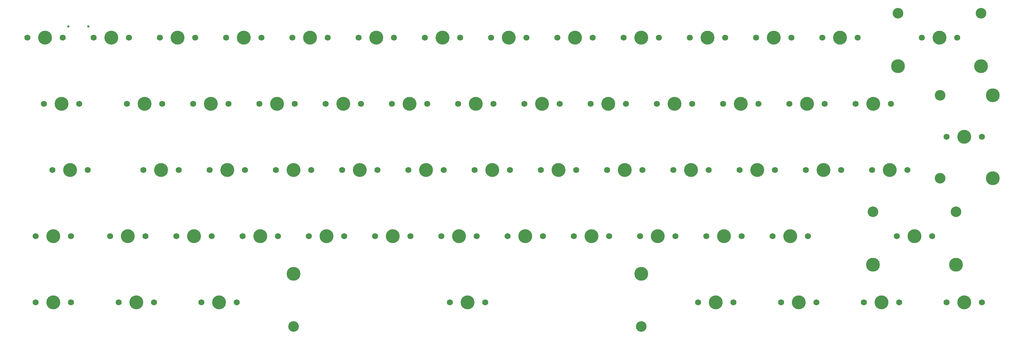
<source format=gbr>
%TF.GenerationSoftware,KiCad,Pcbnew,8.0.3*%
%TF.CreationDate,2024-10-13T01:02:06+08:00*%
%TF.ProjectId,PH60_Rev3,50483630-5f52-4657-9633-2e6b69636164,rev?*%
%TF.SameCoordinates,Original*%
%TF.FileFunction,NonPlated,1,2,NPTH,Drill*%
%TF.FilePolarity,Positive*%
%FSLAX46Y46*%
G04 Gerber Fmt 4.6, Leading zero omitted, Abs format (unit mm)*
G04 Created by KiCad (PCBNEW 8.0.3) date 2024-10-13 01:02:06*
%MOMM*%
%LPD*%
G01*
G04 APERTURE LIST*
%TA.AperFunction,ComponentDrill*%
%ADD10C,0.650000*%
%TD*%
%TA.AperFunction,ComponentDrill*%
%ADD11C,1.750000*%
%TD*%
%TA.AperFunction,ComponentDrill*%
%ADD12C,3.048000*%
%TD*%
%TA.AperFunction,ComponentDrill*%
%ADD13C,3.987800*%
%TD*%
%TA.AperFunction,ComponentDrill*%
%ADD14C,4.000000*%
%TD*%
G04 APERTURE END LIST*
D10*
%TO.C,J1*%
X44735000Y-34855000D03*
X50515000Y-34855000D03*
D11*
%TO.C,S1*%
X33020000Y-38100000D03*
%TO.C,S42*%
X35401250Y-95250000D03*
%TO.C,S55*%
X35401250Y-114300000D03*
%TO.C,S15*%
X37782500Y-57150000D03*
%TO.C,S29*%
X40163750Y-76200000D03*
%TO.C,S1*%
X43180000Y-38100000D03*
%TO.C,S42*%
X45561250Y-95250000D03*
%TO.C,S55*%
X45561250Y-114300000D03*
%TO.C,S15*%
X47942500Y-57150000D03*
%TO.C,S29*%
X50323750Y-76200000D03*
%TO.C,S2*%
X52070000Y-38100000D03*
%TO.C,S43*%
X56832500Y-95250000D03*
%TO.C,S56*%
X59213750Y-114300000D03*
%TO.C,S16*%
X61595000Y-57150000D03*
%TO.C,S2*%
X62230000Y-38100000D03*
%TO.C,S30*%
X66357500Y-76200000D03*
%TO.C,S43*%
X66992500Y-95250000D03*
%TO.C,S56*%
X69373750Y-114300000D03*
%TO.C,S3*%
X71120000Y-38100000D03*
%TO.C,S16*%
X71755000Y-57150000D03*
%TO.C,S44*%
X75882500Y-95250000D03*
%TO.C,S30*%
X76517500Y-76200000D03*
%TO.C,S17*%
X80645000Y-57150000D03*
%TO.C,S3*%
X81280000Y-38100000D03*
%TO.C,S57*%
X83026250Y-114300000D03*
%TO.C,S31*%
X85407500Y-76200000D03*
%TO.C,S44*%
X86042500Y-95250000D03*
%TO.C,S4*%
X90170000Y-38100000D03*
%TO.C,S17*%
X90805000Y-57150000D03*
%TO.C,S57*%
X93186250Y-114300000D03*
%TO.C,S45*%
X94932500Y-95250000D03*
%TO.C,S31*%
X95567500Y-76200000D03*
%TO.C,S18*%
X99695000Y-57150000D03*
%TO.C,S4*%
X100330000Y-38100000D03*
%TO.C,S32*%
X104457500Y-76200000D03*
%TO.C,S45*%
X105092500Y-95250000D03*
%TO.C,S5*%
X109220000Y-38100000D03*
%TO.C,S18*%
X109855000Y-57150000D03*
%TO.C,S46*%
X113982500Y-95250000D03*
%TO.C,S32*%
X114617500Y-76200000D03*
%TO.C,S19*%
X118745000Y-57150000D03*
%TO.C,S5*%
X119380000Y-38100000D03*
%TO.C,S33*%
X123507500Y-76200000D03*
%TO.C,S46*%
X124142500Y-95250000D03*
%TO.C,S6*%
X128270000Y-38100000D03*
%TO.C,S19*%
X128905000Y-57150000D03*
%TO.C,S47*%
X133032500Y-95250000D03*
%TO.C,S33*%
X133667500Y-76200000D03*
%TO.C,S20*%
X137795000Y-57150000D03*
%TO.C,S6*%
X138430000Y-38100000D03*
%TO.C,S34*%
X142557500Y-76200000D03*
%TO.C,S47*%
X143192500Y-95250000D03*
%TO.C,S7*%
X147320000Y-38100000D03*
%TO.C,S20*%
X147955000Y-57150000D03*
%TO.C,S48*%
X152082500Y-95250000D03*
%TO.C,S34*%
X152717500Y-76200000D03*
%TO.C,S58*%
X154463750Y-114300000D03*
%TO.C,S21*%
X156845000Y-57150000D03*
%TO.C,S7*%
X157480000Y-38100000D03*
%TO.C,S35*%
X161607500Y-76200000D03*
%TO.C,S48*%
X162242500Y-95250000D03*
%TO.C,S58*%
X164623750Y-114300000D03*
%TO.C,S8*%
X166370000Y-38100000D03*
%TO.C,S21*%
X167005000Y-57150000D03*
%TO.C,S49*%
X171132500Y-95250000D03*
%TO.C,S35*%
X171767500Y-76200000D03*
%TO.C,S22*%
X175895000Y-57150000D03*
%TO.C,S8*%
X176530000Y-38100000D03*
%TO.C,S36*%
X180657500Y-76200000D03*
%TO.C,S49*%
X181292500Y-95250000D03*
%TO.C,S9*%
X185420000Y-38100000D03*
%TO.C,S22*%
X186055000Y-57150000D03*
%TO.C,S50*%
X190182500Y-95250000D03*
%TO.C,S36*%
X190817500Y-76200000D03*
%TO.C,S23*%
X194945000Y-57150000D03*
%TO.C,S9*%
X195580000Y-38100000D03*
%TO.C,S37*%
X199707500Y-76200000D03*
%TO.C,S50*%
X200342500Y-95250000D03*
%TO.C,S10*%
X204470000Y-38100000D03*
%TO.C,S23*%
X205105000Y-57150000D03*
%TO.C,S51*%
X209232500Y-95250000D03*
%TO.C,S37*%
X209867500Y-76200000D03*
%TO.C,S24*%
X213995000Y-57150000D03*
%TO.C,S10*%
X214630000Y-38100000D03*
%TO.C,S38*%
X218757500Y-76200000D03*
%TO.C,S51*%
X219392500Y-95250000D03*
%TO.C,S11*%
X223520000Y-38100000D03*
%TO.C,S24*%
X224155000Y-57150000D03*
%TO.C,S59*%
X225901250Y-114300000D03*
%TO.C,S52*%
X228282500Y-95250000D03*
%TO.C,S38*%
X228917500Y-76200000D03*
%TO.C,S25*%
X233045000Y-57150000D03*
%TO.C,S11*%
X233680000Y-38100000D03*
%TO.C,S59*%
X236061250Y-114300000D03*
%TO.C,S39*%
X237807500Y-76200000D03*
%TO.C,S52*%
X238442500Y-95250000D03*
%TO.C,S12*%
X242570000Y-38100000D03*
%TO.C,S25*%
X243205000Y-57150000D03*
%TO.C,S53*%
X247332500Y-95250000D03*
%TO.C,S39*%
X247967500Y-76200000D03*
%TO.C,S60*%
X249713750Y-114300000D03*
%TO.C,S26*%
X252095000Y-57150000D03*
%TO.C,S12*%
X252730000Y-38100000D03*
%TO.C,S40*%
X256857500Y-76200000D03*
%TO.C,S53*%
X257492500Y-95250000D03*
%TO.C,S60*%
X259873750Y-114300000D03*
%TO.C,S13*%
X261620000Y-38100000D03*
%TO.C,S26*%
X262255000Y-57150000D03*
%TO.C,S40*%
X267017500Y-76200000D03*
%TO.C,S27*%
X271145000Y-57150000D03*
%TO.C,S13*%
X271780000Y-38100000D03*
%TO.C,S61*%
X273526250Y-114300000D03*
%TO.C,S41*%
X275907500Y-76200000D03*
%TO.C,S27*%
X281305000Y-57150000D03*
%TO.C,S54*%
X283051250Y-95250000D03*
%TO.C,S61*%
X283686250Y-114300000D03*
%TO.C,S41*%
X286067500Y-76200000D03*
%TO.C,S14*%
X290195000Y-38100000D03*
%TO.C,S54*%
X293211250Y-95250000D03*
%TO.C,S28*%
X297338750Y-66675000D03*
%TO.C,S62*%
X297338750Y-114300000D03*
%TO.C,S14*%
X300355000Y-38100000D03*
%TO.C,S28*%
X307498750Y-66675000D03*
%TO.C,S62*%
X307498750Y-114300000D03*
D12*
%TO.C,REF\u002A\u002A*%
X109543750Y-121285000D03*
X209543750Y-121285000D03*
X276193250Y-88265000D03*
X283337000Y-31115000D03*
X295433750Y-54737000D03*
X295433750Y-78613000D03*
X300069250Y-88265000D03*
X307213000Y-31115000D03*
D13*
X109543750Y-106075000D03*
X209543750Y-106075000D03*
X276193250Y-103475000D03*
X283337000Y-46325000D03*
X300069250Y-103475000D03*
X307213000Y-46325000D03*
X310643750Y-54737000D03*
X310643750Y-78613000D03*
D14*
%TO.C,S1*%
X38100000Y-38100000D03*
%TO.C,S42*%
X40481250Y-95250000D03*
%TO.C,S55*%
X40481250Y-114300000D03*
%TO.C,S15*%
X42862500Y-57150000D03*
%TO.C,S29*%
X45243750Y-76200000D03*
%TO.C,S2*%
X57150000Y-38100000D03*
%TO.C,S43*%
X61912500Y-95250000D03*
%TO.C,S56*%
X64293750Y-114300000D03*
%TO.C,S16*%
X66675000Y-57150000D03*
%TO.C,S30*%
X71437500Y-76200000D03*
%TO.C,S3*%
X76200000Y-38100000D03*
%TO.C,S44*%
X80962500Y-95250000D03*
%TO.C,S17*%
X85725000Y-57150000D03*
%TO.C,S57*%
X88106250Y-114300000D03*
%TO.C,S31*%
X90487500Y-76200000D03*
%TO.C,S4*%
X95250000Y-38100000D03*
%TO.C,S45*%
X100012500Y-95250000D03*
%TO.C,S18*%
X104775000Y-57150000D03*
%TO.C,S32*%
X109537500Y-76200000D03*
%TO.C,S5*%
X114300000Y-38100000D03*
%TO.C,S46*%
X119062500Y-95250000D03*
%TO.C,S19*%
X123825000Y-57150000D03*
%TO.C,S33*%
X128587500Y-76200000D03*
%TO.C,S6*%
X133350000Y-38100000D03*
%TO.C,S47*%
X138112500Y-95250000D03*
%TO.C,S20*%
X142875000Y-57150000D03*
%TO.C,S34*%
X147637500Y-76200000D03*
%TO.C,S7*%
X152400000Y-38100000D03*
%TO.C,S48*%
X157162500Y-95250000D03*
%TO.C,S58*%
X159543750Y-114300000D03*
%TO.C,S21*%
X161925000Y-57150000D03*
%TO.C,S35*%
X166687500Y-76200000D03*
%TO.C,S8*%
X171450000Y-38100000D03*
%TO.C,S49*%
X176212500Y-95250000D03*
%TO.C,S22*%
X180975000Y-57150000D03*
%TO.C,S36*%
X185737500Y-76200000D03*
%TO.C,S9*%
X190500000Y-38100000D03*
%TO.C,S50*%
X195262500Y-95250000D03*
%TO.C,S23*%
X200025000Y-57150000D03*
%TO.C,S37*%
X204787500Y-76200000D03*
%TO.C,S10*%
X209550000Y-38100000D03*
%TO.C,S51*%
X214312500Y-95250000D03*
%TO.C,S24*%
X219075000Y-57150000D03*
%TO.C,S38*%
X223837500Y-76200000D03*
%TO.C,S11*%
X228600000Y-38100000D03*
%TO.C,S59*%
X230981250Y-114300000D03*
%TO.C,S52*%
X233362500Y-95250000D03*
%TO.C,S25*%
X238125000Y-57150000D03*
%TO.C,S39*%
X242887500Y-76200000D03*
%TO.C,S12*%
X247650000Y-38100000D03*
%TO.C,S53*%
X252412500Y-95250000D03*
%TO.C,S60*%
X254793750Y-114300000D03*
%TO.C,S26*%
X257175000Y-57150000D03*
%TO.C,S40*%
X261937500Y-76200000D03*
%TO.C,S13*%
X266700000Y-38100000D03*
%TO.C,S27*%
X276225000Y-57150000D03*
%TO.C,S61*%
X278606250Y-114300000D03*
%TO.C,S41*%
X280987500Y-76200000D03*
%TO.C,S54*%
X288131250Y-95250000D03*
%TO.C,S14*%
X295275000Y-38100000D03*
%TO.C,S28*%
X302418750Y-66675000D03*
%TO.C,S62*%
X302418750Y-114300000D03*
M02*

</source>
